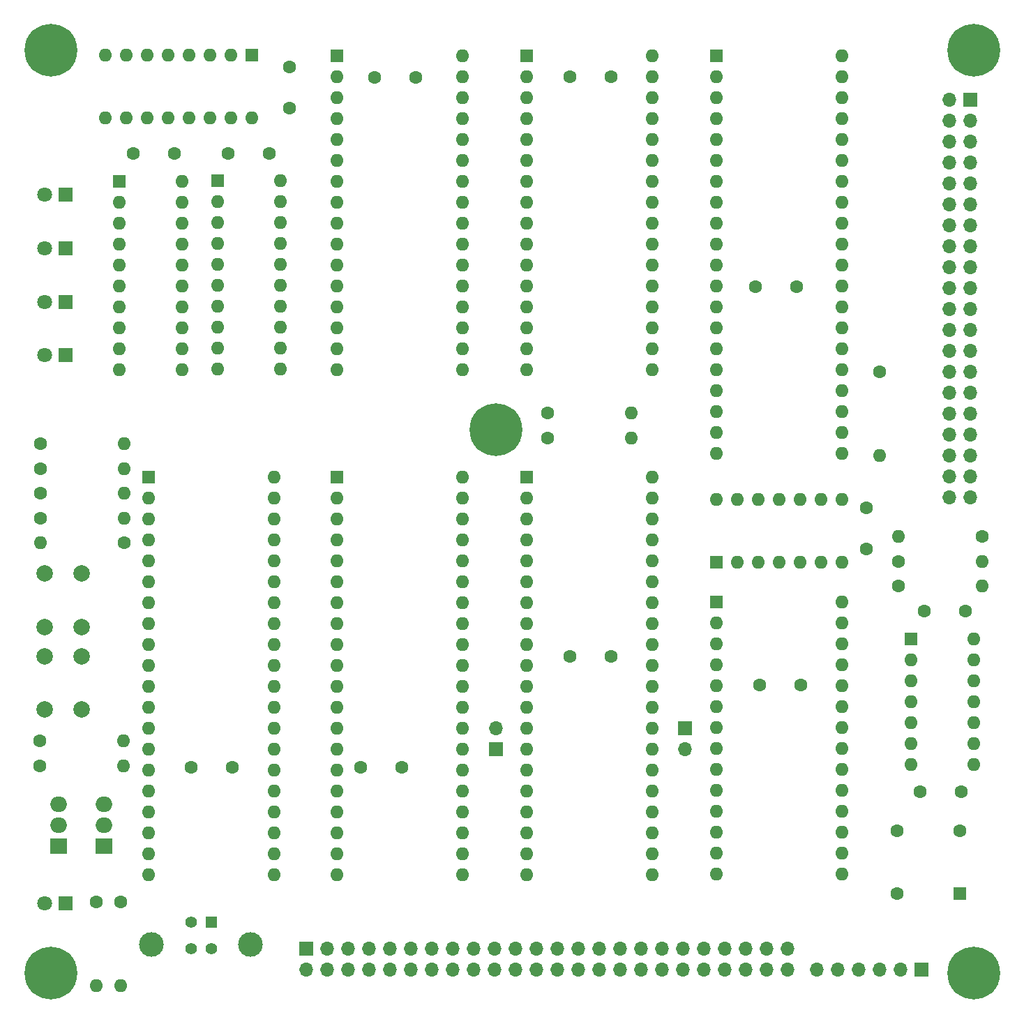
<source format=gts>
%TF.GenerationSoftware,KiCad,Pcbnew,8.0.2*%
%TF.CreationDate,2024-05-20T18:27:38+02:00*%
%TF.ProjectId,glycon,676c7963-6f6e-42e6-9b69-6361645f7063,rev?*%
%TF.SameCoordinates,Original*%
%TF.FileFunction,Soldermask,Top*%
%TF.FilePolarity,Negative*%
%FSLAX46Y46*%
G04 Gerber Fmt 4.6, Leading zero omitted, Abs format (unit mm)*
G04 Created by KiCad (PCBNEW 8.0.2) date 2024-05-20 18:27:38*
%MOMM*%
%LPD*%
G01*
G04 APERTURE LIST*
%ADD10R,1.600000X1.600000*%
%ADD11O,1.600000X1.600000*%
%ADD12C,1.600000*%
%ADD13C,6.400000*%
%ADD14R,2.000000X1.905000*%
%ADD15O,2.000000X1.905000*%
%ADD16R,1.800000X1.800000*%
%ADD17C,1.800000*%
%ADD18C,2.000000*%
%ADD19R,1.700000X1.700000*%
%ADD20O,1.700000X1.700000*%
%ADD21R,1.400000X1.400000*%
%ADD22C,1.400000*%
%ADD23C,3.000000*%
G04 APERTURE END LIST*
D10*
%TO.C,U10*%
X175266785Y-39800000D03*
D11*
X175266785Y-42340000D03*
X175266785Y-44880000D03*
X175266785Y-47420000D03*
X175266785Y-49960000D03*
X175266785Y-52500000D03*
X175266785Y-55040000D03*
X175266785Y-57580000D03*
X175266785Y-60120000D03*
X175266785Y-62660000D03*
X182886785Y-62660000D03*
X182886785Y-60120000D03*
X182886785Y-57580000D03*
X182886785Y-55040000D03*
X182886785Y-52500000D03*
X182886785Y-49960000D03*
X182886785Y-47420000D03*
X182886785Y-44880000D03*
X182886785Y-42340000D03*
X182886785Y-39800000D03*
%TD*%
D12*
%TO.C,C6*%
X266000000Y-92000000D03*
X261000000Y-92000000D03*
%TD*%
D13*
%TO.C,H3*%
X267000000Y-24000000D03*
%TD*%
D10*
%TO.C,U3*%
X235810000Y-86120000D03*
D11*
X238350000Y-86120000D03*
X240890000Y-86120000D03*
X243430000Y-86120000D03*
X245970000Y-86120000D03*
X248510000Y-86120000D03*
X251050000Y-86120000D03*
X251050000Y-78500000D03*
X248510000Y-78500000D03*
X245970000Y-78500000D03*
X243430000Y-78500000D03*
X240890000Y-78500000D03*
X238350000Y-78500000D03*
X235810000Y-78500000D03*
%TD*%
D14*
%TO.C,Q1*%
X161445000Y-120540000D03*
D15*
X161445000Y-118000000D03*
X161445000Y-115460000D03*
%TD*%
D12*
%TO.C,C3*%
X194301776Y-27226419D03*
X199301776Y-27226419D03*
%TD*%
D10*
%TO.C,X1*%
X265310000Y-126310000D03*
D12*
X265310000Y-118690000D03*
X257690000Y-118690000D03*
X257690000Y-126310000D03*
%TD*%
D13*
%TO.C,H5*%
X155000000Y-136000000D03*
%TD*%
D14*
%TO.C,Q2*%
X155945000Y-120540000D03*
D15*
X155945000Y-118000000D03*
X155945000Y-115460000D03*
%TD*%
D10*
%TO.C,U1*%
X212760000Y-24610000D03*
D11*
X212760000Y-27150000D03*
X212760000Y-29690000D03*
X212760000Y-32230000D03*
X212760000Y-34770000D03*
X212760000Y-37310000D03*
X212760000Y-39850000D03*
X212760000Y-42390000D03*
X212760000Y-44930000D03*
X212760000Y-47470000D03*
X212760000Y-50010000D03*
X212760000Y-52550000D03*
X212760000Y-55090000D03*
X212760000Y-57630000D03*
X212760000Y-60170000D03*
X212760000Y-62710000D03*
X228000000Y-62710000D03*
X228000000Y-60170000D03*
X228000000Y-57630000D03*
X228000000Y-55090000D03*
X228000000Y-52550000D03*
X228000000Y-50010000D03*
X228000000Y-47470000D03*
X228000000Y-44930000D03*
X228000000Y-42390000D03*
X228000000Y-39850000D03*
X228000000Y-37310000D03*
X228000000Y-34770000D03*
X228000000Y-32230000D03*
X228000000Y-29690000D03*
X228000000Y-27150000D03*
X228000000Y-24610000D03*
%TD*%
D10*
%TO.C,U6*%
X179400000Y-24560000D03*
D11*
X176860000Y-24560000D03*
X174320000Y-24560000D03*
X171780000Y-24560000D03*
X169240000Y-24560000D03*
X166700000Y-24560000D03*
X164160000Y-24560000D03*
X161620000Y-24560000D03*
X161620000Y-32180000D03*
X164160000Y-32180000D03*
X166700000Y-32180000D03*
X169240000Y-32180000D03*
X171780000Y-32180000D03*
X174320000Y-32180000D03*
X176860000Y-32180000D03*
X179400000Y-32180000D03*
%TD*%
D10*
%TO.C,U2*%
X189760000Y-24610000D03*
D11*
X189760000Y-27150000D03*
X189760000Y-29690000D03*
X189760000Y-32230000D03*
X189760000Y-34770000D03*
X189760000Y-37310000D03*
X189760000Y-39850000D03*
X189760000Y-42390000D03*
X189760000Y-44930000D03*
X189760000Y-47470000D03*
X189760000Y-50010000D03*
X189760000Y-52550000D03*
X189760000Y-55090000D03*
X189760000Y-57630000D03*
X189760000Y-60170000D03*
X189760000Y-62710000D03*
X205000000Y-62710000D03*
X205000000Y-60170000D03*
X205000000Y-57630000D03*
X205000000Y-55090000D03*
X205000000Y-52550000D03*
X205000000Y-50010000D03*
X205000000Y-47470000D03*
X205000000Y-44930000D03*
X205000000Y-42390000D03*
X205000000Y-39850000D03*
X205000000Y-37310000D03*
X205000000Y-34770000D03*
X205000000Y-32230000D03*
X205000000Y-29690000D03*
X205000000Y-27150000D03*
X205000000Y-24610000D03*
%TD*%
D12*
%TO.C,C8*%
X246000000Y-101000000D03*
X241000000Y-101000000D03*
%TD*%
%TO.C,C7*%
X218000000Y-97500000D03*
X223000000Y-97500000D03*
%TD*%
%TO.C,C2*%
X223000000Y-27210000D03*
X218000000Y-27210000D03*
%TD*%
D10*
%TO.C,U8*%
X189760000Y-75775000D03*
D11*
X189760000Y-78315000D03*
X189760000Y-80855000D03*
X189760000Y-83395000D03*
X189760000Y-85935000D03*
X189760000Y-88475000D03*
X189760000Y-91015000D03*
X189760000Y-93555000D03*
X189760000Y-96095000D03*
X189760000Y-98635000D03*
X189760000Y-101175000D03*
X189760000Y-103715000D03*
X189760000Y-106255000D03*
X189760000Y-108795000D03*
X189760000Y-111335000D03*
X189760000Y-113875000D03*
X189760000Y-116415000D03*
X189760000Y-118955000D03*
X189760000Y-121495000D03*
X189760000Y-124035000D03*
X205000000Y-124035000D03*
X205000000Y-121495000D03*
X205000000Y-118955000D03*
X205000000Y-116415000D03*
X205000000Y-113875000D03*
X205000000Y-111335000D03*
X205000000Y-108795000D03*
X205000000Y-106255000D03*
X205000000Y-103715000D03*
X205000000Y-101175000D03*
X205000000Y-98635000D03*
X205000000Y-96095000D03*
X205000000Y-93555000D03*
X205000000Y-91015000D03*
X205000000Y-88475000D03*
X205000000Y-85935000D03*
X205000000Y-83395000D03*
X205000000Y-80855000D03*
X205000000Y-78315000D03*
X205000000Y-75775000D03*
%TD*%
D10*
%TO.C,U12*%
X235760000Y-90975000D03*
D11*
X235760000Y-93515000D03*
X235760000Y-96055000D03*
X235760000Y-98595000D03*
X235760000Y-101135000D03*
X235760000Y-103675000D03*
X235760000Y-106215000D03*
X235760000Y-108755000D03*
X235760000Y-111295000D03*
X235760000Y-113835000D03*
X235760000Y-116375000D03*
X235760000Y-118915000D03*
X235760000Y-121455000D03*
X235760000Y-123995000D03*
X251000000Y-123995000D03*
X251000000Y-121455000D03*
X251000000Y-118915000D03*
X251000000Y-116375000D03*
X251000000Y-113835000D03*
X251000000Y-111295000D03*
X251000000Y-108755000D03*
X251000000Y-106215000D03*
X251000000Y-103675000D03*
X251000000Y-101135000D03*
X251000000Y-98595000D03*
X251000000Y-96055000D03*
X251000000Y-93515000D03*
X251000000Y-90975000D03*
%TD*%
D12*
%TO.C,R2*%
X255640000Y-63000000D03*
D11*
X255640000Y-73160000D03*
%TD*%
D16*
%TO.C,D3*%
X156805000Y-48000000D03*
D17*
X154265000Y-48000000D03*
%TD*%
D12*
%TO.C,R1*%
X153670000Y-107750000D03*
D11*
X163830000Y-107750000D03*
%TD*%
D12*
%TO.C,C9*%
X172000000Y-111000000D03*
X177000000Y-111000000D03*
%TD*%
%TO.C,R17*%
X153652475Y-110809967D03*
D11*
X163812475Y-110809967D03*
%TD*%
D16*
%TO.C,D5*%
X156805000Y-61000000D03*
D17*
X154265000Y-61000000D03*
%TD*%
D18*
%TO.C,SW1*%
X158750000Y-97500000D03*
X158750000Y-104000000D03*
X154250000Y-97500000D03*
X154250000Y-104000000D03*
%TD*%
D12*
%TO.C,C13*%
X181500000Y-36500000D03*
X176500000Y-36500000D03*
%TD*%
D18*
%TO.C,SW2*%
X158750000Y-87500000D03*
X158750000Y-94000000D03*
X154250000Y-87500000D03*
X154250000Y-94000000D03*
%TD*%
D12*
%TO.C,R5*%
X215340000Y-71000000D03*
D11*
X225500000Y-71000000D03*
%TD*%
D12*
%TO.C,C10*%
X184000000Y-31000000D03*
X184000000Y-26000000D03*
%TD*%
D16*
%TO.C,D2*%
X156805000Y-41500000D03*
D17*
X154265000Y-41500000D03*
%TD*%
D13*
%TO.C,H2*%
X209000000Y-70000000D03*
%TD*%
D12*
%TO.C,R4*%
X257920000Y-86000000D03*
D11*
X268080000Y-86000000D03*
%TD*%
D12*
%TO.C,R21*%
X153750000Y-71750000D03*
D11*
X163910000Y-71750000D03*
%TD*%
D19*
%TO.C,JP1*%
X232000000Y-106225000D03*
D20*
X232000000Y-108765000D03*
%TD*%
D12*
%TO.C,R18*%
X163500000Y-127340000D03*
D11*
X163500000Y-137500000D03*
%TD*%
D12*
%TO.C,R13*%
X153750000Y-80750000D03*
D11*
X163910000Y-80750000D03*
%TD*%
D12*
%TO.C,R20*%
X153750000Y-74750000D03*
D11*
X163910000Y-74750000D03*
%TD*%
D12*
%TO.C,C11*%
X197600000Y-111000000D03*
X192600000Y-111000000D03*
%TD*%
D16*
%TO.C,D4*%
X156805000Y-54500000D03*
D17*
X154265000Y-54500000D03*
%TD*%
D10*
%TO.C,U9*%
X163351785Y-39886827D03*
D11*
X163351785Y-42426827D03*
X163351785Y-44966827D03*
X163351785Y-47506827D03*
X163351785Y-50046827D03*
X163351785Y-52586827D03*
X163351785Y-55126827D03*
X163351785Y-57666827D03*
X163351785Y-60206827D03*
X163351785Y-62746827D03*
X170971785Y-62746827D03*
X170971785Y-60206827D03*
X170971785Y-57666827D03*
X170971785Y-55126827D03*
X170971785Y-52586827D03*
X170971785Y-50046827D03*
X170971785Y-47506827D03*
X170971785Y-44966827D03*
X170971785Y-42426827D03*
X170971785Y-39886827D03*
%TD*%
D19*
%TO.C,J1*%
X266580000Y-30000000D03*
D20*
X264040000Y-30000000D03*
X266580000Y-32540000D03*
X264040000Y-32540000D03*
X266580000Y-35080000D03*
X264040000Y-35080000D03*
X266580000Y-37620000D03*
X264040000Y-37620000D03*
X266580000Y-40160000D03*
X264040000Y-40160000D03*
X266580000Y-42700000D03*
X264040000Y-42700000D03*
X266580000Y-45240000D03*
X264040000Y-45240000D03*
X266580000Y-47780000D03*
X264040000Y-47780000D03*
X266580000Y-50320000D03*
X264040000Y-50320000D03*
X266580000Y-52860000D03*
X264040000Y-52860000D03*
X266580000Y-55400000D03*
X264040000Y-55400000D03*
X266580000Y-57940000D03*
X264040000Y-57940000D03*
X266580000Y-60480000D03*
X264040000Y-60480000D03*
X266580000Y-63020000D03*
X264040000Y-63020000D03*
X266580000Y-65560000D03*
X264040000Y-65560000D03*
X266580000Y-68100000D03*
X264040000Y-68100000D03*
X266580000Y-70640000D03*
X264040000Y-70640000D03*
X266580000Y-73180000D03*
X264040000Y-73180000D03*
X266580000Y-75720000D03*
X264040000Y-75720000D03*
X266580000Y-78260000D03*
X264040000Y-78260000D03*
%TD*%
D12*
%TO.C,R12*%
X160500000Y-127340000D03*
D11*
X160500000Y-137500000D03*
%TD*%
D12*
%TO.C,C12*%
X170000000Y-36500000D03*
X165000000Y-36500000D03*
%TD*%
%TO.C,R19*%
X153750000Y-77750000D03*
D11*
X163910000Y-77750000D03*
%TD*%
D12*
%TO.C,C14*%
X260500000Y-114000000D03*
X265500000Y-114000000D03*
%TD*%
D19*
%TO.C,JP2*%
X209000000Y-108775000D03*
D20*
X209000000Y-106235000D03*
%TD*%
D10*
%TO.C,U5*%
X259380000Y-95460000D03*
D11*
X259380000Y-98000000D03*
X259380000Y-100540000D03*
X259380000Y-103080000D03*
X259380000Y-105620000D03*
X259380000Y-108160000D03*
X259380000Y-110700000D03*
X267000000Y-110700000D03*
X267000000Y-108160000D03*
X267000000Y-105620000D03*
X267000000Y-103080000D03*
X267000000Y-100540000D03*
X267000000Y-98000000D03*
X267000000Y-95460000D03*
%TD*%
D21*
%TO.C,J4*%
X174500000Y-129800000D03*
D22*
X172000000Y-129800000D03*
X172000000Y-133000000D03*
X174500000Y-133000000D03*
D23*
X167230000Y-132510000D03*
X179270000Y-132510000D03*
%TD*%
D13*
%TO.C,H4*%
X267000000Y-136000000D03*
%TD*%
D12*
%TO.C,R3*%
X268080000Y-83000000D03*
D11*
X257920000Y-83000000D03*
%TD*%
D12*
%TO.C,R8*%
X257920000Y-89000000D03*
D11*
X268080000Y-89000000D03*
%TD*%
D12*
%TO.C,R7*%
X215340000Y-68000000D03*
D11*
X225500000Y-68000000D03*
%TD*%
D19*
%TO.C,J2*%
X260700000Y-135540000D03*
D20*
X258160000Y-135540000D03*
X255620000Y-135540000D03*
X253080000Y-135540000D03*
X250540000Y-135540000D03*
X248000000Y-135540000D03*
%TD*%
D12*
%TO.C,C5*%
X254000000Y-79500000D03*
X254000000Y-84500000D03*
%TD*%
%TO.C,C1*%
X240500000Y-52710000D03*
X245500000Y-52710000D03*
%TD*%
D16*
%TO.C,D1*%
X156775000Y-127500000D03*
D17*
X154235000Y-127500000D03*
%TD*%
D13*
%TO.C,H1*%
X155000000Y-24000000D03*
%TD*%
D10*
%TO.C,U7*%
X212760000Y-75775000D03*
D11*
X212760000Y-78315000D03*
X212760000Y-80855000D03*
X212760000Y-83395000D03*
X212760000Y-85935000D03*
X212760000Y-88475000D03*
X212760000Y-91015000D03*
X212760000Y-93555000D03*
X212760000Y-96095000D03*
X212760000Y-98635000D03*
X212760000Y-101175000D03*
X212760000Y-103715000D03*
X212760000Y-106255000D03*
X212760000Y-108795000D03*
X212760000Y-111335000D03*
X212760000Y-113875000D03*
X212760000Y-116415000D03*
X212760000Y-118955000D03*
X212760000Y-121495000D03*
X212760000Y-124035000D03*
X228000000Y-124035000D03*
X228000000Y-121495000D03*
X228000000Y-118955000D03*
X228000000Y-116415000D03*
X228000000Y-113875000D03*
X228000000Y-111335000D03*
X228000000Y-108795000D03*
X228000000Y-106255000D03*
X228000000Y-103715000D03*
X228000000Y-101175000D03*
X228000000Y-98635000D03*
X228000000Y-96095000D03*
X228000000Y-93555000D03*
X228000000Y-91015000D03*
X228000000Y-88475000D03*
X228000000Y-85935000D03*
X228000000Y-83395000D03*
X228000000Y-80855000D03*
X228000000Y-78315000D03*
X228000000Y-75775000D03*
%TD*%
D12*
%TO.C,R11*%
X163910000Y-83750000D03*
D11*
X153750000Y-83750000D03*
%TD*%
D10*
%TO.C,U11*%
X166875000Y-75775000D03*
D11*
X166875000Y-78315000D03*
X166875000Y-80855000D03*
X166875000Y-83395000D03*
X166875000Y-85935000D03*
X166875000Y-88475000D03*
X166875000Y-91015000D03*
X166875000Y-93555000D03*
X166875000Y-96095000D03*
X166875000Y-98635000D03*
X166875000Y-101175000D03*
X166875000Y-103715000D03*
X166875000Y-106255000D03*
X166875000Y-108795000D03*
X166875000Y-111335000D03*
X166875000Y-113875000D03*
X166875000Y-116415000D03*
X166875000Y-118955000D03*
X166875000Y-121495000D03*
X166875000Y-124035000D03*
X182115000Y-124035000D03*
X182115000Y-121495000D03*
X182115000Y-118955000D03*
X182115000Y-116415000D03*
X182115000Y-113875000D03*
X182115000Y-111335000D03*
X182115000Y-108795000D03*
X182115000Y-106255000D03*
X182115000Y-103715000D03*
X182115000Y-101175000D03*
X182115000Y-98635000D03*
X182115000Y-96095000D03*
X182115000Y-93555000D03*
X182115000Y-91015000D03*
X182115000Y-88475000D03*
X182115000Y-85935000D03*
X182115000Y-83395000D03*
X182115000Y-80855000D03*
X182115000Y-78315000D03*
X182115000Y-75775000D03*
%TD*%
D19*
%TO.C,J3*%
X186000000Y-133000000D03*
D20*
X186000000Y-135540000D03*
X188540000Y-133000000D03*
X188540000Y-135540000D03*
X191080000Y-133000000D03*
X191080000Y-135540000D03*
X193620000Y-133000000D03*
X193620000Y-135540000D03*
X196160000Y-133000000D03*
X196160000Y-135540000D03*
X198700000Y-133000000D03*
X198700000Y-135540000D03*
X201240000Y-133000000D03*
X201240000Y-135540000D03*
X203780000Y-133000000D03*
X203780000Y-135540000D03*
X206320000Y-133000000D03*
X206320000Y-135540000D03*
X208860000Y-133000000D03*
X208860000Y-135540000D03*
X211400000Y-133000000D03*
X211400000Y-135540000D03*
X213940000Y-133000000D03*
X213940000Y-135540000D03*
X216480000Y-133000000D03*
X216480000Y-135540000D03*
X219020000Y-133000000D03*
X219020000Y-135540000D03*
X221560000Y-133000000D03*
X221560000Y-135540000D03*
X224100000Y-133000000D03*
X224100000Y-135540000D03*
X226640000Y-133000000D03*
X226640000Y-135540000D03*
X229180000Y-133000000D03*
X229180000Y-135540000D03*
X231720000Y-133000000D03*
X231720000Y-135540000D03*
X234260000Y-133000000D03*
X234260000Y-135540000D03*
X236800000Y-133000000D03*
X236800000Y-135540000D03*
X239340000Y-133000000D03*
X239340000Y-135540000D03*
X241880000Y-133000000D03*
X241880000Y-135540000D03*
X244420000Y-133000000D03*
X244420000Y-135540000D03*
%TD*%
D10*
%TO.C,U0*%
X235760000Y-24610000D03*
D11*
X235760000Y-27150000D03*
X235760000Y-29690000D03*
X235760000Y-32230000D03*
X235760000Y-34770000D03*
X235760000Y-37310000D03*
X235760000Y-39850000D03*
X235760000Y-42390000D03*
X235760000Y-44930000D03*
X235760000Y-47470000D03*
X235760000Y-50010000D03*
X235760000Y-52550000D03*
X235760000Y-55090000D03*
X235760000Y-57630000D03*
X235760000Y-60170000D03*
X235760000Y-62710000D03*
X235760000Y-65250000D03*
X235760000Y-67790000D03*
X235760000Y-70330000D03*
X235760000Y-72870000D03*
X251000000Y-72870000D03*
X251000000Y-70330000D03*
X251000000Y-67790000D03*
X251000000Y-65250000D03*
X251000000Y-62710000D03*
X251000000Y-60170000D03*
X251000000Y-57630000D03*
X251000000Y-55090000D03*
X251000000Y-52550000D03*
X251000000Y-50010000D03*
X251000000Y-47470000D03*
X251000000Y-44930000D03*
X251000000Y-42390000D03*
X251000000Y-39850000D03*
X251000000Y-37310000D03*
X251000000Y-34770000D03*
X251000000Y-32230000D03*
X251000000Y-29690000D03*
X251000000Y-27150000D03*
X251000000Y-24610000D03*
%TD*%
M02*

</source>
